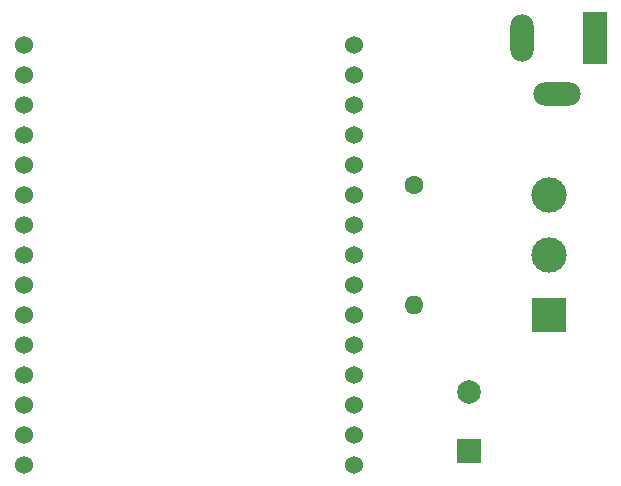
<source format=gbr>
%TF.GenerationSoftware,KiCad,Pcbnew,6.0.11-2627ca5db0~126~ubuntu22.04.1*%
%TF.CreationDate,2023-09-07T22:45:24+02:00*%
%TF.ProjectId,pcb,7063622e-6b69-4636-9164-5f7063625858,rev?*%
%TF.SameCoordinates,Original*%
%TF.FileFunction,Soldermask,Bot*%
%TF.FilePolarity,Negative*%
%FSLAX46Y46*%
G04 Gerber Fmt 4.6, Leading zero omitted, Abs format (unit mm)*
G04 Created by KiCad (PCBNEW 6.0.11-2627ca5db0~126~ubuntu22.04.1) date 2023-09-07 22:45:24*
%MOMM*%
%LPD*%
G01*
G04 APERTURE LIST*
%ADD10O,1.600000X1.600000*%
%ADD11C,1.600000*%
%ADD12C,3.000000*%
%ADD13R,3.000000X3.000000*%
%ADD14O,4.000000X2.000000*%
%ADD15O,2.000000X4.000000*%
%ADD16R,2.000000X4.500000*%
%ADD17C,2.000000*%
%ADD18R,2.000000X2.000000*%
%ADD19C,1.524000*%
G04 APERTURE END LIST*
D10*
%TO.C,R1*%
X87650000Y-118525000D03*
D11*
X87650000Y-108365000D03*
%TD*%
D12*
%TO.C,J2*%
X99060000Y-109220000D03*
X99060000Y-114300000D03*
D13*
X99060000Y-119380000D03*
%TD*%
D14*
%TO.C,J1*%
X99770000Y-100620000D03*
D15*
X96770000Y-95920000D03*
D16*
X102970000Y-95920000D03*
%TD*%
D17*
%TO.C,C1*%
X92275000Y-125828861D03*
D18*
X92275000Y-130828861D03*
%TD*%
D19*
%TO.C,U1*%
X54610000Y-96520000D03*
X54610000Y-99060000D03*
X54610000Y-101600000D03*
X54610000Y-104140000D03*
X54610000Y-106680000D03*
X54610000Y-109220000D03*
X54610000Y-111760000D03*
X54610000Y-114300000D03*
X54610000Y-116840000D03*
X54610000Y-119380000D03*
X54610000Y-121920000D03*
X54610000Y-124460000D03*
X54610000Y-127000000D03*
X54610000Y-129540000D03*
X54610000Y-132080000D03*
X82550000Y-132080000D03*
X82550000Y-129540000D03*
X82550000Y-127000000D03*
X82550000Y-124460000D03*
X82550000Y-121920000D03*
X82550000Y-119380000D03*
X82550000Y-116840000D03*
X82550000Y-114300000D03*
X82550000Y-111760000D03*
X82550000Y-109220000D03*
X82550000Y-106680000D03*
X82550000Y-104140000D03*
X82550000Y-101600000D03*
X82550000Y-99060000D03*
X82550000Y-96520000D03*
%TD*%
M02*

</source>
